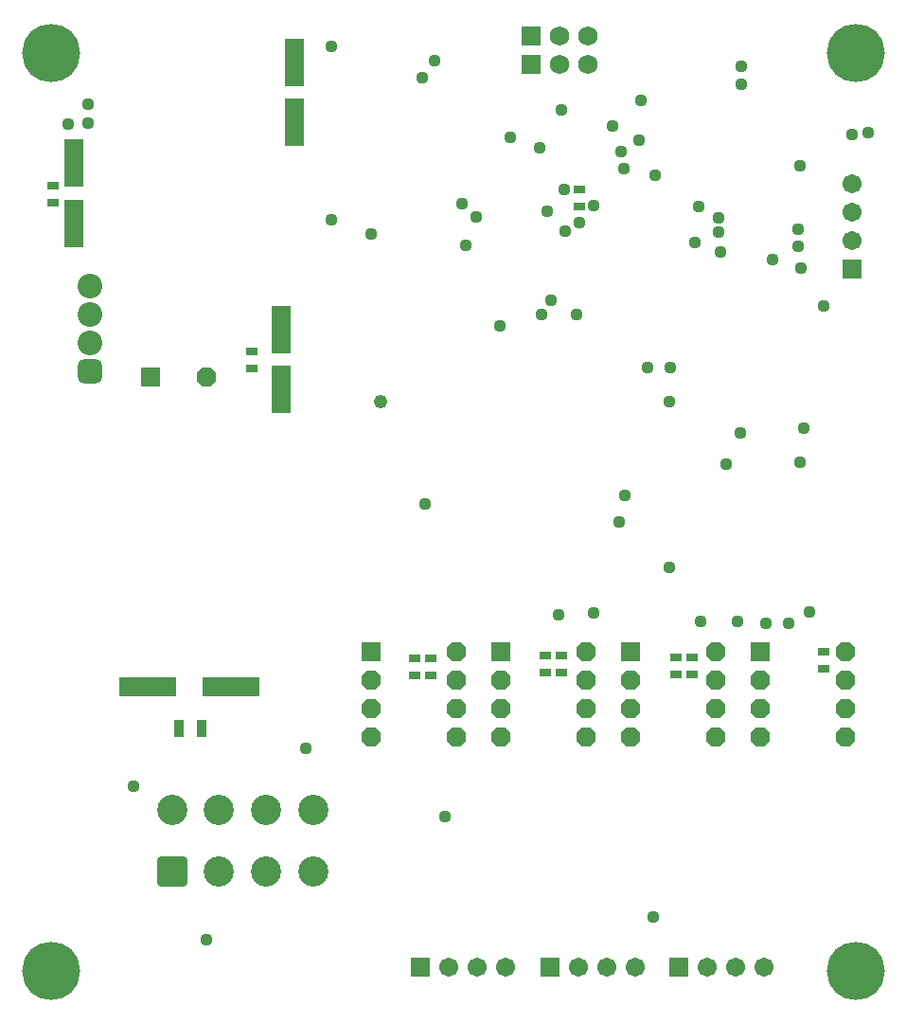
<source format=gbs>
%FSAX24Y24*%
%MOIN*%
G70*
G01*
G75*
G04 Layer_Color=16711935*
%ADD10R,0.0350X0.0200*%
%ADD11R,0.0200X0.0350*%
%ADD12R,0.0300X0.0550*%
%ADD13R,0.0550X0.0300*%
%ADD14R,0.0600X0.0600*%
%ADD15R,0.0600X0.0600*%
%ADD16R,0.1000X0.0600*%
%ADD17R,0.0240X0.0760*%
%ADD18R,0.1181X0.0787*%
%ADD19O,0.0500X0.0984*%
%ADD20O,0.0118X0.0689*%
%ADD21O,0.0689X0.0118*%
%ADD22R,0.0650X0.0400*%
%ADD23C,0.0600*%
G04:AMPARAMS|DCode=24|XSize=59.1mil|YSize=118.1mil|CornerRadius=5.9mil|HoleSize=0mil|Usage=FLASHONLY|Rotation=180.000|XOffset=0mil|YOffset=0mil|HoleType=Round|Shape=RoundedRectangle|*
%AMROUNDEDRECTD24*
21,1,0.0591,0.1063,0,0,180.0*
21,1,0.0472,0.1181,0,0,180.0*
1,1,0.0118,-0.0236,0.0532*
1,1,0.0118,0.0236,0.0532*
1,1,0.0118,0.0236,-0.0532*
1,1,0.0118,-0.0236,-0.0532*
%
%ADD24ROUNDEDRECTD24*%
G04:AMPARAMS|DCode=25|XSize=100mil|YSize=50mil|CornerRadius=5mil|HoleSize=0mil|Usage=FLASHONLY|Rotation=180.000|XOffset=0mil|YOffset=0mil|HoleType=Round|Shape=RoundedRectangle|*
%AMROUNDEDRECTD25*
21,1,0.1000,0.0400,0,0,180.0*
21,1,0.0900,0.0500,0,0,180.0*
1,1,0.0100,-0.0450,0.0200*
1,1,0.0100,0.0450,0.0200*
1,1,0.0100,0.0450,-0.0200*
1,1,0.0100,-0.0450,-0.0200*
%
%ADD25ROUNDEDRECTD25*%
%ADD26R,0.2008X0.2000*%
%ADD27R,0.0315X0.0984*%
G04:AMPARAMS|DCode=28|XSize=275.6mil|YSize=137.8mil|CornerRadius=13.8mil|HoleSize=0mil|Usage=FLASHONLY|Rotation=180.000|XOffset=0mil|YOffset=0mil|HoleType=Round|Shape=RoundedRectangle|*
%AMROUNDEDRECTD28*
21,1,0.2756,0.1102,0,0,180.0*
21,1,0.2480,0.1378,0,0,180.0*
1,1,0.0276,-0.1240,0.0551*
1,1,0.0276,0.1240,0.0551*
1,1,0.0276,0.1240,-0.0551*
1,1,0.0276,-0.1240,-0.0551*
%
%ADD28ROUNDEDRECTD28*%
%ADD29R,0.0850X0.0421*%
G04:AMPARAMS|DCode=30|XSize=417.3mil|YSize=236.2mil|CornerRadius=23.6mil|HoleSize=0mil|Usage=FLASHONLY|Rotation=90.000|XOffset=0mil|YOffset=0mil|HoleType=Round|Shape=RoundedRectangle|*
%AMROUNDEDRECTD30*
21,1,0.4173,0.1890,0,0,90.0*
21,1,0.3701,0.2362,0,0,90.0*
1,1,0.0472,0.0945,0.1850*
1,1,0.0472,0.0945,-0.1850*
1,1,0.0472,-0.0945,-0.1850*
1,1,0.0472,-0.0945,0.1850*
%
%ADD30ROUNDEDRECTD30*%
%ADD31C,0.0100*%
%ADD32C,0.0200*%
%ADD33C,0.0080*%
%ADD34C,0.0250*%
%ADD35R,0.2350X0.4000*%
%ADD36R,0.5200X0.0300*%
%ADD37R,0.2200X0.3700*%
%ADD38R,0.3100X0.0700*%
%ADD39C,0.0591*%
%ADD40R,0.0591X0.0591*%
%ADD41P,0.0649X8X112.5*%
%ADD42R,0.0591X0.0591*%
%ADD43P,0.0649X8X22.5*%
%ADD44R,0.0591X0.1575*%
%ADD45C,0.0787*%
G04:AMPARAMS|DCode=46|XSize=78.7mil|YSize=78.7mil|CornerRadius=19.7mil|HoleSize=0mil|Usage=FLASHONLY|Rotation=0.000|XOffset=0mil|YOffset=0mil|HoleType=Round|Shape=RoundedRectangle|*
%AMROUNDEDRECTD46*
21,1,0.0787,0.0394,0,0,0.0*
21,1,0.0394,0.0787,0,0,0.0*
1,1,0.0394,0.0197,-0.0197*
1,1,0.0394,-0.0197,-0.0197*
1,1,0.0394,-0.0197,0.0197*
1,1,0.0394,0.0197,0.0197*
%
%ADD46ROUNDEDRECTD46*%
%ADD47C,0.1969*%
%ADD48R,0.0610X0.0610*%
%ADD49C,0.0610*%
%ADD50R,0.1969X0.0591*%
%ADD51C,0.0984*%
G04:AMPARAMS|DCode=52|XSize=98.4mil|YSize=98.4mil|CornerRadius=9.8mil|HoleSize=0mil|Usage=FLASHONLY|Rotation=90.000|XOffset=0mil|YOffset=0mil|HoleType=Round|Shape=RoundedRectangle|*
%AMROUNDEDRECTD52*
21,1,0.0984,0.0787,0,0,90.0*
21,1,0.0787,0.0984,0,0,90.0*
1,1,0.0197,0.0394,0.0394*
1,1,0.0197,0.0394,-0.0394*
1,1,0.0197,-0.0394,-0.0394*
1,1,0.0197,-0.0394,0.0394*
%
%ADD52ROUNDEDRECTD52*%
%ADD53C,0.0360*%
%ADD54C,0.0400*%
%ADD55R,0.2650X0.2650*%
%ADD56C,0.0060*%
%ADD57C,0.0098*%
%ADD58C,0.0070*%
%ADD59C,0.0079*%
%ADD60R,0.0200X0.1000*%
%ADD61R,0.1050X1.2063*%
%ADD62R,0.1000X0.0200*%
%ADD63R,0.7650X0.1650*%
%ADD64R,0.0197X0.0101*%
%ADD65R,0.6600X0.0656*%
%ADD66R,0.0430X0.0280*%
%ADD67R,0.0280X0.0430*%
%ADD68R,0.0380X0.0630*%
%ADD69R,0.0630X0.0380*%
%ADD70R,0.0680X0.0680*%
%ADD71R,0.0680X0.0680*%
%ADD72R,0.1080X0.0680*%
%ADD73R,0.0320X0.0840*%
%ADD74R,0.1261X0.0867*%
%ADD75O,0.0580X0.1064*%
%ADD76O,0.0198X0.0769*%
%ADD77O,0.0769X0.0198*%
%ADD78R,0.0730X0.0480*%
%ADD79C,0.0680*%
G04:AMPARAMS|DCode=80|XSize=67.1mil|YSize=126.1mil|CornerRadius=9.9mil|HoleSize=0mil|Usage=FLASHONLY|Rotation=180.000|XOffset=0mil|YOffset=0mil|HoleType=Round|Shape=RoundedRectangle|*
%AMROUNDEDRECTD80*
21,1,0.0671,0.1063,0,0,180.0*
21,1,0.0472,0.1261,0,0,180.0*
1,1,0.0198,-0.0236,0.0532*
1,1,0.0198,0.0236,0.0532*
1,1,0.0198,0.0236,-0.0532*
1,1,0.0198,-0.0236,-0.0532*
%
%ADD80ROUNDEDRECTD80*%
G04:AMPARAMS|DCode=81|XSize=108mil|YSize=58mil|CornerRadius=9mil|HoleSize=0mil|Usage=FLASHONLY|Rotation=180.000|XOffset=0mil|YOffset=0mil|HoleType=Round|Shape=RoundedRectangle|*
%AMROUNDEDRECTD81*
21,1,0.1080,0.0400,0,0,180.0*
21,1,0.0900,0.0580,0,0,180.0*
1,1,0.0180,-0.0450,0.0200*
1,1,0.0180,0.0450,0.0200*
1,1,0.0180,0.0450,-0.0200*
1,1,0.0180,-0.0450,-0.0200*
%
%ADD81ROUNDEDRECTD81*%
%ADD82R,0.2088X0.2080*%
%ADD83R,0.0395X0.1064*%
G04:AMPARAMS|DCode=84|XSize=283.6mil|YSize=145.8mil|CornerRadius=17.8mil|HoleSize=0mil|Usage=FLASHONLY|Rotation=180.000|XOffset=0mil|YOffset=0mil|HoleType=Round|Shape=RoundedRectangle|*
%AMROUNDEDRECTD84*
21,1,0.2836,0.1102,0,0,180.0*
21,1,0.2480,0.1458,0,0,180.0*
1,1,0.0356,-0.1240,0.0551*
1,1,0.0356,0.1240,0.0551*
1,1,0.0356,0.1240,-0.0551*
1,1,0.0356,-0.1240,-0.0551*
%
%ADD84ROUNDEDRECTD84*%
%ADD85R,0.0930X0.0501*%
G04:AMPARAMS|DCode=86|XSize=425.3mil|YSize=244.2mil|CornerRadius=27.6mil|HoleSize=0mil|Usage=FLASHONLY|Rotation=90.000|XOffset=0mil|YOffset=0mil|HoleType=Round|Shape=RoundedRectangle|*
%AMROUNDEDRECTD86*
21,1,0.4253,0.1890,0,0,90.0*
21,1,0.3701,0.2442,0,0,90.0*
1,1,0.0552,0.0945,0.1850*
1,1,0.0552,0.0945,-0.1850*
1,1,0.0552,-0.0945,-0.1850*
1,1,0.0552,-0.0945,0.1850*
%
%ADD86ROUNDEDRECTD86*%
%ADD87C,0.0671*%
%ADD88R,0.0671X0.0671*%
%ADD89P,0.0736X8X112.5*%
%ADD90R,0.0671X0.0671*%
%ADD91P,0.0736X8X22.5*%
%ADD92R,0.0671X0.1655*%
%ADD93C,0.0867*%
G04:AMPARAMS|DCode=94|XSize=86.7mil|YSize=86.7mil|CornerRadius=23.7mil|HoleSize=0mil|Usage=FLASHONLY|Rotation=0.000|XOffset=0mil|YOffset=0mil|HoleType=Round|Shape=RoundedRectangle|*
%AMROUNDEDRECTD94*
21,1,0.0867,0.0394,0,0,0.0*
21,1,0.0394,0.0867,0,0,0.0*
1,1,0.0474,0.0197,-0.0197*
1,1,0.0474,-0.0197,-0.0197*
1,1,0.0474,-0.0197,0.0197*
1,1,0.0474,0.0197,0.0197*
%
%ADD94ROUNDEDRECTD94*%
%ADD95C,0.2049*%
%ADD96R,0.0690X0.0690*%
%ADD97C,0.0690*%
%ADD98R,0.2049X0.0671*%
%ADD99C,0.1064*%
G04:AMPARAMS|DCode=100|XSize=106.4mil|YSize=106.4mil|CornerRadius=13.8mil|HoleSize=0mil|Usage=FLASHONLY|Rotation=90.000|XOffset=0mil|YOffset=0mil|HoleType=Round|Shape=RoundedRectangle|*
%AMROUNDEDRECTD100*
21,1,0.1064,0.0787,0,0,90.0*
21,1,0.0787,0.1064,0,0,90.0*
1,1,0.0277,0.0394,0.0394*
1,1,0.0277,0.0394,-0.0394*
1,1,0.0277,-0.0394,-0.0394*
1,1,0.0277,-0.0394,0.0394*
%
%ADD100ROUNDEDRECTD100*%
%ADD101C,0.0440*%
%ADD102C,0.0480*%
D66*
X101100Y091261D02*
D03*
Y090661D02*
D03*
X104500Y074211D02*
D03*
Y074811D02*
D03*
X109700Y074411D02*
D03*
Y075011D02*
D03*
X099900Y074261D02*
D03*
Y074861D02*
D03*
X095300Y074161D02*
D03*
Y074761D02*
D03*
X100450Y074261D02*
D03*
Y074861D02*
D03*
X095850Y074161D02*
D03*
Y074761D02*
D03*
X105050Y074211D02*
D03*
Y074811D02*
D03*
X082550Y090811D02*
D03*
Y091411D02*
D03*
X089550Y085561D02*
D03*
Y084961D02*
D03*
D68*
X087000Y072311D02*
D03*
X087800D02*
D03*
D70*
X098317Y075011D02*
D03*
X093750D02*
D03*
X102883D02*
D03*
X107450D02*
D03*
D71*
X085982Y084661D02*
D03*
D87*
X110700Y091461D02*
D03*
Y090461D02*
D03*
Y089461D02*
D03*
X105600Y063911D02*
D03*
X106600D02*
D03*
X107600D02*
D03*
X101050D02*
D03*
X102050D02*
D03*
X103050D02*
D03*
X096500D02*
D03*
X097500D02*
D03*
X098500D02*
D03*
D88*
X110700Y088461D02*
D03*
D89*
X087950Y084661D02*
D03*
D90*
X104600Y063911D02*
D03*
X100050D02*
D03*
X095500D02*
D03*
D91*
X098317Y074011D02*
D03*
Y073011D02*
D03*
Y072011D02*
D03*
X101309D02*
D03*
Y073011D02*
D03*
Y074011D02*
D03*
Y075011D02*
D03*
X093750Y074011D02*
D03*
Y073011D02*
D03*
Y072011D02*
D03*
X096742D02*
D03*
Y073011D02*
D03*
Y074011D02*
D03*
Y075011D02*
D03*
X102883Y074011D02*
D03*
Y073011D02*
D03*
Y072011D02*
D03*
X105875D02*
D03*
Y073011D02*
D03*
Y074011D02*
D03*
Y075011D02*
D03*
X107450Y074011D02*
D03*
Y073011D02*
D03*
Y072011D02*
D03*
X110442D02*
D03*
Y073011D02*
D03*
Y074011D02*
D03*
Y075011D02*
D03*
D92*
X083300Y092196D02*
D03*
Y090070D02*
D03*
X090600Y084220D02*
D03*
Y086346D02*
D03*
X091050Y095751D02*
D03*
Y093625D02*
D03*
D93*
X083850Y087861D02*
D03*
Y086861D02*
D03*
Y085861D02*
D03*
D94*
Y084861D02*
D03*
D95*
X082475Y063786D02*
D03*
Y096069D02*
D03*
X110821D02*
D03*
Y063786D02*
D03*
D96*
X099400Y095661D02*
D03*
Y096661D02*
D03*
D97*
X100400Y095661D02*
D03*
X101400D02*
D03*
Y096661D02*
D03*
X100400D02*
D03*
D98*
X088826Y073761D02*
D03*
X085874D02*
D03*
D99*
X088404Y069426D02*
D03*
Y067261D02*
D03*
X086750Y069426D02*
D03*
X090057Y067261D02*
D03*
Y069426D02*
D03*
X091711Y067261D02*
D03*
Y069426D02*
D03*
D100*
X086750Y067261D02*
D03*
D101*
X097100Y089311D02*
D03*
X100450Y094061D02*
D03*
X099950Y090511D02*
D03*
X106000Y089761D02*
D03*
Y090261D02*
D03*
X108800Y089261D02*
D03*
Y089861D02*
D03*
X091450Y071611D02*
D03*
X096350Y069211D02*
D03*
X087950Y064861D02*
D03*
X104250Y077961D02*
D03*
Y083811D02*
D03*
X106800Y094961D02*
D03*
Y095611D02*
D03*
X108850Y092111D02*
D03*
X105300Y090661D02*
D03*
X100550Y091261D02*
D03*
X098650Y093111D02*
D03*
X101100Y090111D02*
D03*
X109700Y087161D02*
D03*
X099675Y092736D02*
D03*
X102475Y079586D02*
D03*
X102700Y080511D02*
D03*
X100600Y089811D02*
D03*
X101591Y090702D02*
D03*
X103750Y091761D02*
D03*
X103700Y065661D02*
D03*
X111250Y093261D02*
D03*
X110700Y093211D02*
D03*
X092350Y090211D02*
D03*
Y096311D02*
D03*
X095650Y080211D02*
D03*
X107650Y076011D02*
D03*
X101600Y076361D02*
D03*
X100350Y076311D02*
D03*
X108450Y076011D02*
D03*
X109200Y076411D02*
D03*
X105350Y076061D02*
D03*
X106650D02*
D03*
X108850Y081661D02*
D03*
X109000Y082861D02*
D03*
X106250Y081611D02*
D03*
X106750Y082711D02*
D03*
X105150Y089411D02*
D03*
X103200Y093011D02*
D03*
X106050Y089061D02*
D03*
X107900Y088811D02*
D03*
X108900Y088511D02*
D03*
X102250Y093511D02*
D03*
X102550Y092611D02*
D03*
X102650Y092011D02*
D03*
X099750Y086861D02*
D03*
X093750Y089711D02*
D03*
X103500Y085011D02*
D03*
X104300D02*
D03*
X100100Y087361D02*
D03*
X103250Y094411D02*
D03*
X096000Y095811D02*
D03*
X095550Y095211D02*
D03*
X096950Y090761D02*
D03*
X097450Y090311D02*
D03*
X098300Y086461D02*
D03*
X101000Y086861D02*
D03*
X085400Y070261D02*
D03*
X083800Y094261D02*
D03*
Y093611D02*
D03*
X083100Y093561D02*
D03*
D102*
X094100Y083811D02*
D03*
M02*

</source>
